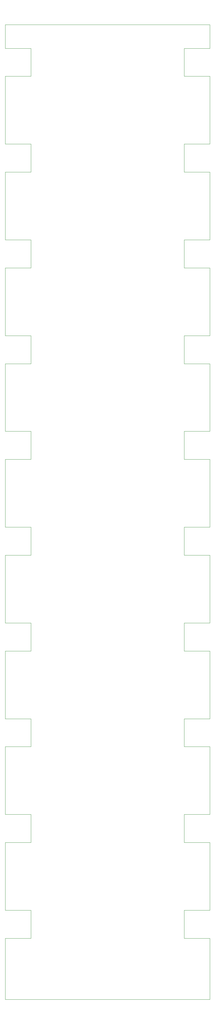
<source format=gm1>
%TF.GenerationSoftware,KiCad,Pcbnew,(6.0.0)*%
%TF.CreationDate,2022-10-10T13:55:59+02:00*%
%TF.ProjectId,led_bar,6c65645f-6261-4722-9e6b-696361645f70,rev?*%
%TF.SameCoordinates,Original*%
%TF.FileFunction,Profile,NP*%
%FSLAX46Y46*%
G04 Gerber Fmt 4.6, Leading zero omitted, Abs format (unit mm)*
G04 Created by KiCad (PCBNEW (6.0.0)) date 2022-10-10 13:55:59*
%MOMM*%
%LPD*%
G01*
G04 APERTURE LIST*
%TA.AperFunction,Profile*%
%ADD10C,0.100000*%
%TD*%
G04 APERTURE END LIST*
D10*
X95750000Y-313750000D02*
X95750000Y-295850000D01*
X35750000Y-155850000D02*
X35750000Y-175650000D01*
X88250000Y-35650000D02*
X95750000Y-35650000D01*
X88250000Y-91650000D02*
X95750000Y-91650000D01*
X88250000Y-231650000D02*
X88250000Y-239850000D01*
X35750000Y-155850000D02*
X43250000Y-155850000D01*
X88250000Y-127850000D02*
X95750000Y-127850000D01*
X95750000Y-287650000D02*
X95750000Y-267850000D01*
X35750000Y-91650000D02*
X43250000Y-91650000D01*
X88250000Y-147650000D02*
X88250000Y-155850000D01*
X95750000Y-203650000D02*
X95750000Y-183850000D01*
X88250000Y-63650000D02*
X88250000Y-71850000D01*
X35750000Y-313750000D02*
X95750000Y-313750000D01*
X35750000Y-239850000D02*
X35750000Y-259650000D01*
X43250000Y-183850000D02*
X43250000Y-175650000D01*
X35750000Y-231650000D02*
X43250000Y-231650000D01*
X43250000Y-239850000D02*
X43250000Y-231650000D01*
X95750000Y-231650000D02*
X95750000Y-211850000D01*
X35750000Y-28750000D02*
X35750000Y-35650000D01*
X35750000Y-63650000D02*
X43250000Y-63650000D01*
X35750000Y-239850000D02*
X43250000Y-239850000D01*
X35750000Y-99850000D02*
X35750000Y-119650000D01*
X88250000Y-119650000D02*
X95750000Y-119650000D01*
X95750000Y-119650000D02*
X95750000Y-99850000D01*
X95750000Y-91650000D02*
X95750000Y-71850000D01*
X35750000Y-175650000D02*
X43250000Y-175650000D01*
X35750000Y-267850000D02*
X43250000Y-267850000D01*
X43250000Y-43850000D02*
X43250000Y-35650000D01*
X88250000Y-175650000D02*
X88250000Y-183850000D01*
X88250000Y-43850000D02*
X95750000Y-43850000D01*
X88250000Y-71850000D02*
X95750000Y-71850000D01*
X88250000Y-259650000D02*
X88250000Y-267850000D01*
X35750000Y-43850000D02*
X35750000Y-63650000D01*
X88250000Y-211850000D02*
X95750000Y-211850000D01*
X88250000Y-203650000D02*
X88250000Y-211850000D01*
X43250000Y-155850000D02*
X43250000Y-147650000D01*
X88250000Y-147650000D02*
X95750000Y-147650000D01*
X88250000Y-183850000D02*
X95750000Y-183850000D01*
X88250000Y-203650000D02*
X95750000Y-203650000D01*
X35750000Y-183850000D02*
X43250000Y-183850000D01*
X43250000Y-211850000D02*
X43250000Y-203650000D01*
X35750000Y-127850000D02*
X43250000Y-127850000D01*
X35750000Y-259650000D02*
X43250000Y-259650000D01*
X95750000Y-259650000D02*
X95750000Y-239850000D01*
X95750000Y-175650000D02*
X95750000Y-155850000D01*
X88250000Y-239850000D02*
X95750000Y-239850000D01*
X88250000Y-267850000D02*
X95750000Y-267850000D01*
X35750000Y-71850000D02*
X35750000Y-91650000D01*
X88250000Y-35650000D02*
X88250000Y-43850000D01*
X88250000Y-287650000D02*
X88250000Y-295850000D01*
X35750000Y-71850000D02*
X43250000Y-71850000D01*
X35750000Y-35650000D02*
X43250000Y-35650000D01*
X88250000Y-91650000D02*
X88250000Y-99850000D01*
X35750000Y-43850000D02*
X43250000Y-43850000D01*
X43250000Y-295850000D02*
X43250000Y-287650000D01*
X88250000Y-287650000D02*
X95750000Y-287650000D01*
X88250000Y-175650000D02*
X95750000Y-175650000D01*
X35750000Y-211850000D02*
X35750000Y-231650000D01*
X35750000Y-127850000D02*
X35750000Y-147650000D01*
X35750000Y-119650000D02*
X43250000Y-119650000D01*
X88250000Y-99850000D02*
X95750000Y-99850000D01*
X43250000Y-267850000D02*
X43250000Y-259650000D01*
X88250000Y-155850000D02*
X95750000Y-155850000D01*
X35750000Y-287650000D02*
X43250000Y-287650000D01*
X35750000Y-183850000D02*
X35750000Y-203650000D01*
X43250000Y-127850000D02*
X43250000Y-119650000D01*
X35750000Y-99850000D02*
X43250000Y-99850000D01*
X35750000Y-295850000D02*
X43250000Y-295850000D01*
X95750000Y-35650000D02*
X95750000Y-28750000D01*
X88250000Y-231650000D02*
X95750000Y-231650000D01*
X35750000Y-147650000D02*
X43250000Y-147650000D01*
X88250000Y-119650000D02*
X88250000Y-127850000D01*
X35750000Y-295850000D02*
X35750000Y-313750000D01*
X35750000Y-211850000D02*
X43250000Y-211850000D01*
X88250000Y-259650000D02*
X95750000Y-259650000D01*
X95750000Y-147650000D02*
X95750000Y-127850000D01*
X35750000Y-267850000D02*
X35750000Y-287650000D01*
X88250000Y-295850000D02*
X95750000Y-295850000D01*
X43250000Y-99850000D02*
X43250000Y-91650000D01*
X95750000Y-28750000D02*
X35750000Y-28750000D01*
X95750000Y-63650000D02*
X95750000Y-43850000D01*
X43250000Y-71850000D02*
X43250000Y-63650000D01*
X35750000Y-203650000D02*
X43250000Y-203650000D01*
X88250000Y-63650000D02*
X95750000Y-63650000D01*
M02*

</source>
